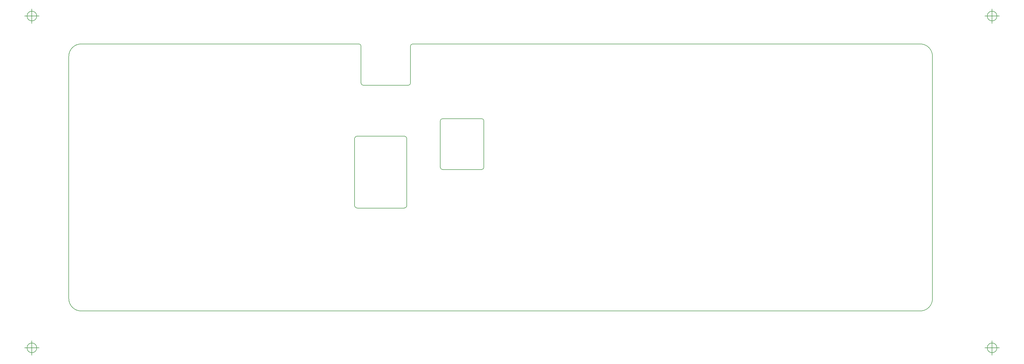
<source format=gm1>
%TF.GenerationSoftware,KiCad,Pcbnew,5.1.5*%
%TF.CreationDate,2020-03-30T21:07:23+02:00*%
%TF.ProjectId,OTTOdiy_SMD,4f54544f-6469-4795-9f53-4d442e6b6963,rev?*%
%TF.SameCoordinates,PX269fb20PYbb65a20*%
%TF.FileFunction,Profile,NP*%
%FSLAX46Y46*%
G04 Gerber Fmt 4.6, Leading zero omitted, Abs format (unit mm)*
G04 Created by KiCad (PCBNEW 5.1.5) date 2020-03-30 21:07:23*
%MOMM*%
%LPD*%
G04 APERTURE LIST*
%ADD10C,0.150000*%
G04 APERTURE END LIST*
D10*
X115250000Y60250000D02*
G75*
G02X116250000Y59250000I0J-1000000D01*
G01*
X116250000Y36450000D02*
G75*
G02X115250000Y35450000I-1000000J0D01*
G01*
X99250000Y35450000D02*
G75*
G02X98250000Y36450000I0J1000000D01*
G01*
X98250000Y59250000D02*
G75*
G02X99250000Y60250000I1000000J0D01*
G01*
X116250000Y36450000D02*
X116250000Y59250000D01*
X99250000Y35450000D02*
X115250000Y35450000D01*
X98250000Y59250000D02*
X98250000Y36450000D01*
X115250000Y60250000D02*
X99250000Y60250000D01*
X117500000Y91250000D02*
G75*
G02X118250000Y92000000I750000J0D01*
G01*
X99750000Y92000000D02*
G75*
G02X100500000Y91250000I0J-750000D01*
G01*
X99750000Y92000000D02*
X4250000Y92000000D01*
X292750000Y92000000D02*
X118250000Y92000000D01*
X117500000Y78500000D02*
G75*
G02X116750000Y77750000I-750000J0D01*
G01*
X101250000Y77750000D02*
G75*
G02X100500000Y78500000I0J750000D01*
G01*
X100500000Y91250000D02*
X100500000Y78500000D01*
X117500000Y91250000D02*
X117500000Y78500000D01*
X116750000Y77750000D02*
X101250000Y77750000D01*
X128500000Y48750000D02*
G75*
G02X127750000Y49500000I0J750000D01*
G01*
X142750000Y49500000D02*
G75*
G02X142000000Y48750000I-750000J0D01*
G01*
X127750000Y65500000D02*
G75*
G02X128500000Y66250000I750000J0D01*
G01*
X142000000Y66250000D02*
G75*
G02X142750000Y65500000I0J-750000D01*
G01*
X128500000Y66250000D02*
X142000000Y66250000D01*
X128500000Y48750000D02*
X142000000Y48750000D01*
X127750000Y65500000D02*
X127750000Y49500000D01*
X142750000Y65500000D02*
X142750000Y49500000D01*
X-11033334Y101600000D02*
G75*
G03X-11033334Y101600000I-1666666J0D01*
G01*
X-15200000Y101600000D02*
X-10200000Y101600000D01*
X-12700000Y104100000D02*
X-12700000Y99100000D01*
X-11033334Y-12700000D02*
G75*
G03X-11033334Y-12700000I-1666666J0D01*
G01*
X-15200000Y-12700000D02*
X-10200000Y-12700000D01*
X-12700000Y-10200000D02*
X-12700000Y-15200000D01*
X319166666Y-12700000D02*
G75*
G03X319166666Y-12700000I-1666666J0D01*
G01*
X315000000Y-12700000D02*
X320000000Y-12700000D01*
X317500000Y-10200000D02*
X317500000Y-15200000D01*
X319166666Y101600000D02*
G75*
G03X319166666Y101600000I-1666666J0D01*
G01*
X315000000Y101600000D02*
X320000000Y101600000D01*
X317500000Y104100000D02*
X317500000Y99100000D01*
X292750000Y92000000D02*
G75*
G02X297000000Y87750000I0J-4250000D01*
G01*
X297000000Y4250000D02*
G75*
G02X292750000Y0I-4250000J0D01*
G01*
X4250000Y0D02*
G75*
G02X0Y4250000I0J4250000D01*
G01*
X0Y87750000D02*
G75*
G02X4250000Y92000000I4250000J0D01*
G01*
X0Y87750000D02*
X0Y4250000D01*
X297000000Y4250000D02*
X297000000Y87750000D01*
X4250000Y0D02*
X292750000Y0D01*
M02*

</source>
